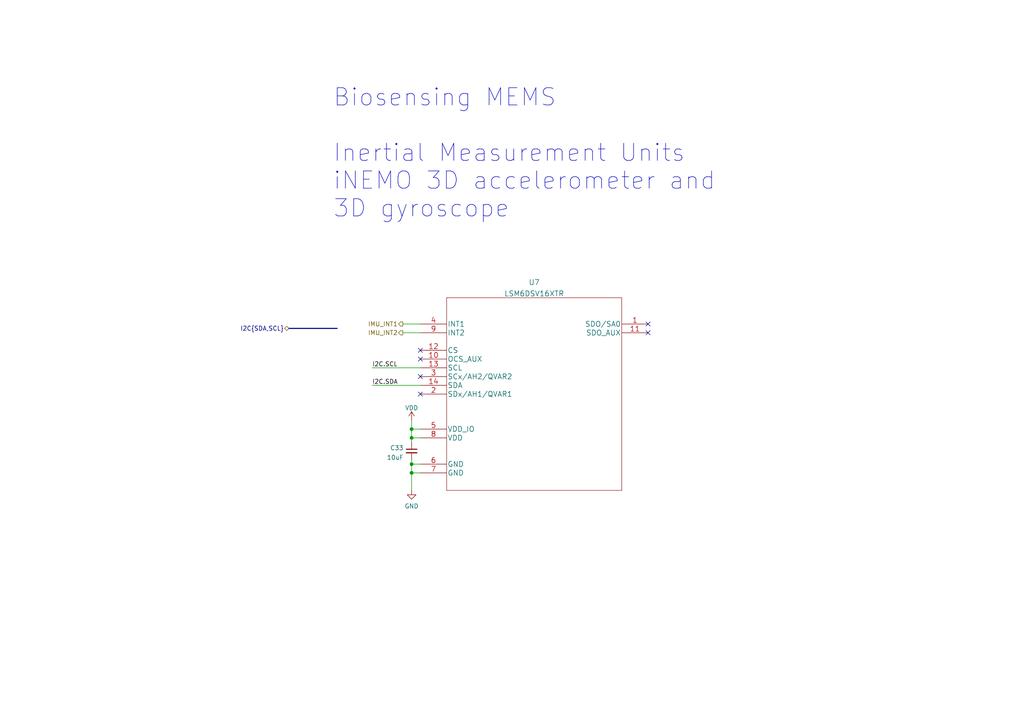
<source format=kicad_sch>
(kicad_sch (version 20211123) (generator eeschema)
  (paper "A4")
  (title_block (title "TekTag BioSensor") (date "2023-05-18") (rev "0.2 alpha") (company "© 2023 Teklabs Digital Pty Ltd") (comment 1 "Designed by Trevor Attema") (comment 2 "MIT License "))
  (lib_symbols
    (symbol "TekLabs:C_Small" (pin_numbers hide) (pin_names (offset 0.254) hide)
      (property "Reference" "C?" (at 2.3241 0.9022 0))
      (property "Value" "C_Small" (at 2.3241 -1.8729 0))
      (symbol "C_Small_0_1"
        (polyline (pts (xy -1.524 -0.508) (xy 1.524 -0.508)) (stroke (width 0.3302)))
        (polyline (pts (xy -1.524 0.508) (xy 1.524 0.508)) (stroke (width 0.3048)))
      )
      (symbol "C_Small_1_1"
        (pin passive line (at 0 2.54 270) (length 2.032) (name "~") (number "1"))
        (pin passive line (at 0 -2.54 90) (length 2.032) (name "~") (number "2"))
      )
    )
    (symbol "TekLabs:LSM6DSV16XTR" (pin_names (offset 0.254))
      (property "Reference" "U" (at 33.02 12.7 0))
      (property "Value" "LSM6DSV16XTR" (at 33.02 10.16 0))
      (symbol "LSM6DSV16XTR_1_1"
        (polyline (pts (xy 7.62 -48.26) (xy 58.42 -48.26)) (stroke (width 0.127)))
        (polyline (pts (xy 7.62 7.62) (xy 7.62 -48.26)) (stroke (width 0.127)))
        (polyline (pts (xy 58.42 -48.26) (xy 58.42 7.62)) (stroke (width 0.127)))
        (polyline (pts (xy 58.42 7.62) (xy 7.62 7.62)) (stroke (width 0.127)))
        (pin unspecified line (at 66.04 0 180) (length 7.62) (name "SDO/SA0") (number "1"))
        (pin unspecified line (at 0 -10.16 0) (length 7.62) (name "OCS_AUX") (number "10"))
        (pin unspecified line (at 66.04 -2.54 180) (length 7.62) (name "SDO_AUX") (number "11"))
        (pin unspecified line (at 0 -7.62 0) (length 7.62) (name "CS") (number "12"))
        (pin unspecified line (at 0 -12.7 0) (length 7.62) (name "SCL") (number "13"))
        (pin unspecified line (at 0 -17.78 0) (length 7.62) (name "SDA") (number "14"))
        (pin unspecified line (at 0 -20.32 0) (length 7.62) (name "SDx/AH1/QVAR1") (number "2"))
        (pin unspecified line (at 0 -15.24 0) (length 7.62) (name "SCx/AH2/QVAR2") (number "3"))
        (pin input line (at 0 0 0) (length 7.62) (name "INT1") (number "4"))
        (pin power_in line (at 0 -30.48 0) (length 7.62) (name "VDD_IO") (number "5"))
        (pin power_in line (at 0 -40.64 0) (length 7.62) (name "GND") (number "6"))
        (pin power_in line (at 0 -43.18 0) (length 7.62) (name "GND") (number "7"))
        (pin power_in line (at 0 -33.02 0) (length 7.62) (name "VDD") (number "8"))
        (pin input line (at 0 -2.54 0) (length 7.62) (name "INT2") (number "9"))
      )
    )
    (symbol "power:GND" (power) (pin_names (offset 0))
      (property "Value" "GND" (at 0 -3.81 0))
      (symbol "GND_0_1"
        (polyline (pts (xy 0 0) (xy 0 -1.27) (xy 1.27 -1.27) (xy 0 -2.54) (xy -1.27 -1.27) (xy 0 -1.27)))
      )
      (symbol "GND_1_1"
        (pin power_in line (at 0 0 270) (length 0) hide (name "GND") (number "1"))
      )
    )
    (symbol "power:VDD" (power) (pin_names (offset 0))
      (property "Value" "VDD" (at 0 3.81 0))
      (symbol "VDD_0_1"
        (polyline (pts (xy -0.762 1.27) (xy 0 2.54)))
        (polyline (pts (xy 0 0) (xy 0 2.54)))
        (polyline (pts (xy 0 2.54) (xy 0.762 1.27)))
      )
      (symbol "VDD_1_1"
        (pin power_in line (at 0 0 90) (length 0) hide (name "VDD") (number "1"))
      )
    )
  )
  (junction (at 119.38 127))
  (junction (at 119.38 124.46))
  (junction (at 119.38 134.62))
  (junction (at 119.38 137.16))
  (no_connect (at 187.96 96.52))
  (no_connect (at 187.96 93.98))
  (no_connect (at 121.92 104.14))
  (no_connect (at 121.92 109.22))
  (no_connect (at 121.92 114.3))
  (no_connect (at 121.92 101.6))
  (wire (pts (xy 121.92 134.62) (xy 119.38 134.62)))
  (wire (pts (xy 119.38 134.62) (xy 119.38 137.16)))
  (wire (pts (xy 119.38 127) (xy 119.38 128.27)))
  (wire (pts (xy 119.38 133.35) (xy 119.38 134.62)))
  (wire (pts (xy 116.84 96.52) (xy 121.92 96.52)))
  (bus (pts (xy 83.82 95.25) (xy 97.79 95.25)))
  (wire (pts (xy 107.95 111.76) (xy 121.92 111.76)))
  (wire (pts (xy 119.38 137.16) (xy 119.38 142.24)))
  (wire (pts (xy 119.38 124.46) (xy 121.92 124.46)))
  (wire (pts (xy 107.95 106.68) (xy 121.92 106.68)))
  (wire (pts (xy 116.84 93.98) (xy 121.92 93.98)))
  (wire (pts (xy 119.38 124.46) (xy 119.38 121.92)))
  (wire (pts (xy 119.38 137.16) (xy 121.92 137.16)))
  (wire (pts (xy 119.38 127) (xy 119.38 124.46)))
  (wire (pts (xy 121.92 127) (xy 119.38 127)))
  (text "Biosensing MEMS\n\nInertial Measurement Units\niNEMO 3D accelerometer and\n3D gyroscope" (at 96.52 63.5 0) (effects (font (size 5 5)) (justify left bottom)))
  (label "I2C.SCL" (at 107.95 106.68 0))
  (label "I2C.SDA" (at 107.95 111.76 0))
  (hierarchical_label "IMU_INT2" (shape output) (at 116.84 96.52 180))
  (hierarchical_label "IMU_INT1" (shape output) (at 116.84 93.98 180))
  (hierarchical_label "I2C{SDA,SCL}" (shape bidirectional) (at 83.82 95.25 180))
  (symbol (lib_id "power:VDD") (at 119.38 121.92 0) (unit 1)
    (property "Reference" "#PWR038" (effects hide))
    (property "Value" "VDD" (at 119.38 118.3155 0))
  )
  (symbol (lib_id "power:GND") (at 119.38 142.24 0) (unit 1)
    (property "Reference" "#PWR039" (effects hide))
    (property "Value" "GND" (at 119.38 146.8025 0))
  )
  (symbol (lib_id "TekLabs:LSM6DSV16XTR") (at 121.92 93.98 0) (unit 1)
    (property "Reference" "U7" (at 154.94 81.8926 0) (effects (font (size 1.524 1.524))))
    (property "Value" "LSM6DSV16XTR" (at 154.94 85.1716 0) (effects (font (size 1.524 1.524))))
  )
  (symbol (lib_id "TekLabs:C_Small") (at 119.38 130.81 0) (unit 1)
    (property "Reference" "C33" (at 117.056 129.9078 0) (effects (justify right)))
    (property "Value" "10uF" (at 117.056 132.6829 0) (effects (justify right)))
    (property "Digikey" "GRM188R6YA106MA73D" (effects hide))
  )
)
</source>
